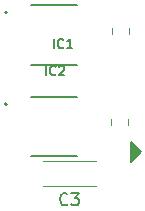
<source format=gbr>
%TF.GenerationSoftware,KiCad,Pcbnew,8.0.4*%
%TF.CreationDate,2024-09-16T17:08:10-03:00*%
%TF.ProjectId,PCBWay-Module_TB67H450FNG,50434257-6179-42d4-9d6f-64756c655f54,rev?*%
%TF.SameCoordinates,Original*%
%TF.FileFunction,Legend,Top*%
%TF.FilePolarity,Positive*%
%FSLAX46Y46*%
G04 Gerber Fmt 4.6, Leading zero omitted, Abs format (unit mm)*
G04 Created by KiCad (PCBNEW 8.0.4) date 2024-09-16 17:08:10*
%MOMM*%
%LPD*%
G01*
G04 APERTURE LIST*
%ADD10C,0.200000*%
%ADD11C,0.150000*%
%ADD12C,0.127000*%
%ADD13C,0.120000*%
G04 APERTURE END LIST*
D10*
X118375000Y-118100000D02*
X117550000Y-118925000D01*
X117550000Y-117275000D01*
X118375000Y-118100000D01*
G36*
X118375000Y-118100000D02*
G01*
X117550000Y-118925000D01*
X117550000Y-117275000D01*
X118375000Y-118100000D01*
G37*
D11*
X110351345Y-111596467D02*
X110351345Y-110809065D01*
X111176242Y-111521476D02*
X111138747Y-111558972D01*
X111138747Y-111558972D02*
X111026261Y-111596467D01*
X111026261Y-111596467D02*
X110951270Y-111596467D01*
X110951270Y-111596467D02*
X110838784Y-111558972D01*
X110838784Y-111558972D02*
X110763794Y-111483981D01*
X110763794Y-111483981D02*
X110726298Y-111408990D01*
X110726298Y-111408990D02*
X110688803Y-111259009D01*
X110688803Y-111259009D02*
X110688803Y-111146523D01*
X110688803Y-111146523D02*
X110726298Y-110996542D01*
X110726298Y-110996542D02*
X110763794Y-110921551D01*
X110763794Y-110921551D02*
X110838784Y-110846560D01*
X110838784Y-110846560D02*
X110951270Y-110809065D01*
X110951270Y-110809065D02*
X111026261Y-110809065D01*
X111026261Y-110809065D02*
X111138747Y-110846560D01*
X111138747Y-110846560D02*
X111176242Y-110884056D01*
X111476205Y-110884056D02*
X111513700Y-110846560D01*
X111513700Y-110846560D02*
X111588691Y-110809065D01*
X111588691Y-110809065D02*
X111776168Y-110809065D01*
X111776168Y-110809065D02*
X111851158Y-110846560D01*
X111851158Y-110846560D02*
X111888654Y-110884056D01*
X111888654Y-110884056D02*
X111926149Y-110959046D01*
X111926149Y-110959046D02*
X111926149Y-111034037D01*
X111926149Y-111034037D02*
X111888654Y-111146523D01*
X111888654Y-111146523D02*
X111438710Y-111596467D01*
X111438710Y-111596467D02*
X111926149Y-111596467D01*
X112183333Y-122509580D02*
X112135714Y-122557200D01*
X112135714Y-122557200D02*
X111992857Y-122604819D01*
X111992857Y-122604819D02*
X111897619Y-122604819D01*
X111897619Y-122604819D02*
X111754762Y-122557200D01*
X111754762Y-122557200D02*
X111659524Y-122461961D01*
X111659524Y-122461961D02*
X111611905Y-122366723D01*
X111611905Y-122366723D02*
X111564286Y-122176247D01*
X111564286Y-122176247D02*
X111564286Y-122033390D01*
X111564286Y-122033390D02*
X111611905Y-121842914D01*
X111611905Y-121842914D02*
X111659524Y-121747676D01*
X111659524Y-121747676D02*
X111754762Y-121652438D01*
X111754762Y-121652438D02*
X111897619Y-121604819D01*
X111897619Y-121604819D02*
X111992857Y-121604819D01*
X111992857Y-121604819D02*
X112135714Y-121652438D01*
X112135714Y-121652438D02*
X112183333Y-121700057D01*
X112516667Y-121604819D02*
X113135714Y-121604819D01*
X113135714Y-121604819D02*
X112802381Y-121985771D01*
X112802381Y-121985771D02*
X112945238Y-121985771D01*
X112945238Y-121985771D02*
X113040476Y-122033390D01*
X113040476Y-122033390D02*
X113088095Y-122081009D01*
X113088095Y-122081009D02*
X113135714Y-122176247D01*
X113135714Y-122176247D02*
X113135714Y-122414342D01*
X113135714Y-122414342D02*
X113088095Y-122509580D01*
X113088095Y-122509580D02*
X113040476Y-122557200D01*
X113040476Y-122557200D02*
X112945238Y-122604819D01*
X112945238Y-122604819D02*
X112659524Y-122604819D01*
X112659524Y-122604819D02*
X112564286Y-122557200D01*
X112564286Y-122557200D02*
X112516667Y-122509580D01*
X111021345Y-109306467D02*
X111021345Y-108519065D01*
X111846242Y-109231476D02*
X111808747Y-109268972D01*
X111808747Y-109268972D02*
X111696261Y-109306467D01*
X111696261Y-109306467D02*
X111621270Y-109306467D01*
X111621270Y-109306467D02*
X111508784Y-109268972D01*
X111508784Y-109268972D02*
X111433794Y-109193981D01*
X111433794Y-109193981D02*
X111396298Y-109118990D01*
X111396298Y-109118990D02*
X111358803Y-108969009D01*
X111358803Y-108969009D02*
X111358803Y-108856523D01*
X111358803Y-108856523D02*
X111396298Y-108706542D01*
X111396298Y-108706542D02*
X111433794Y-108631551D01*
X111433794Y-108631551D02*
X111508784Y-108556560D01*
X111508784Y-108556560D02*
X111621270Y-108519065D01*
X111621270Y-108519065D02*
X111696261Y-108519065D01*
X111696261Y-108519065D02*
X111808747Y-108556560D01*
X111808747Y-108556560D02*
X111846242Y-108594056D01*
X112596149Y-109306467D02*
X112146205Y-109306467D01*
X112371177Y-109306467D02*
X112371177Y-108519065D01*
X112371177Y-108519065D02*
X112296186Y-108631551D01*
X112296186Y-108631551D02*
X112221196Y-108706542D01*
X112221196Y-108706542D02*
X112146205Y-108744037D01*
D12*
%TO.C,IC2*%
X109120000Y-105690000D02*
X113020000Y-105690000D01*
X109120000Y-110740000D02*
X113020000Y-110740000D01*
D10*
X107070000Y-106310000D02*
G75*
G02*
X106870000Y-106310000I-100000J0D01*
G01*
X106870000Y-106310000D02*
G75*
G02*
X107070000Y-106310000I100000J0D01*
G01*
D13*
%TO.C,C2*%
X115865000Y-115861252D02*
X115865000Y-115338748D01*
X117335000Y-115861252D02*
X117335000Y-115338748D01*
%TO.C,C3*%
X110080000Y-118895000D02*
X110080000Y-118880000D01*
X110080000Y-121020000D02*
X110080000Y-121005000D01*
X114620000Y-118880000D02*
X110080000Y-118880000D01*
X114620000Y-118895000D02*
X114620000Y-118880000D01*
X114620000Y-121020000D02*
X110080000Y-121020000D01*
X114620000Y-121020000D02*
X114620000Y-121005000D01*
%TO.C,C1*%
X115965000Y-108161252D02*
X115965000Y-107638748D01*
X117435000Y-108161252D02*
X117435000Y-107638748D01*
D12*
%TO.C,IC1*%
X109120000Y-113430000D02*
X113020000Y-113430000D01*
X109120000Y-118480000D02*
X113020000Y-118480000D01*
D10*
X107070000Y-114050000D02*
G75*
G02*
X106870000Y-114050000I-100000J0D01*
G01*
X106870000Y-114050000D02*
G75*
G02*
X107070000Y-114050000I100000J0D01*
G01*
%TD*%
M02*

</source>
